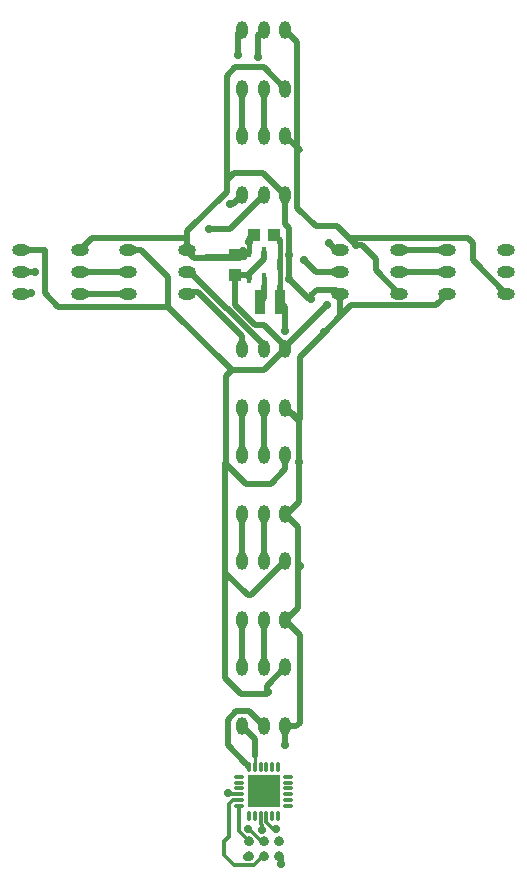
<source format=gtl>
G04 DipTrace 2.4.0.2*
%INcross.gtl*%
%MOMM*%
%ADD13C,0.4*%
%ADD14C,0.508*%
%ADD15C,0.305*%
%ADD16C,0.28*%
%ADD21O,0.28X1.0*%
%ADD22O,1.0X0.28*%
%ADD23C,0.711*%
%ADD24R,2.7X2.7*%
%ADD26R,0.4X0.9*%
%ADD29O,1.0X1.5*%
%ADD30R,1.1X1.0*%
%ADD31R,1.0X1.1*%
%ADD32R,0.85X2.0*%
%ADD34O,1.5X1.0*%
%ADD37C,0.711*%
%FSLAX53Y53*%
G04*
G71*
G90*
G75*
G01*
%LNTop*%
%LPD*%
X33359Y62688D2*
D13*
Y61984D1*
D14*
Y61192D1*
D13*
Y60488D1*
Y59784D1*
D14*
Y58485D1*
X33414Y58430D1*
X33359Y62688D2*
D13*
Y63392D1*
D14*
Y63653D1*
X32889Y64123D1*
X33800Y55968D2*
Y58043D1*
X33414Y58430D1*
X29577Y60750D2*
X30497D1*
D13*
X30759Y60488D1*
Y60805D1*
D14*
X32012Y62058D1*
Y62641D1*
D13*
X32059Y62688D1*
X31750Y14950D2*
D15*
Y14276D1*
X31857Y14169D1*
Y13744D1*
X30560Y11426D2*
D14*
X30659D1*
X30770Y11537D1*
X29577Y60750D2*
Y58214D1*
X31262Y56530D1*
X32016D1*
X33850Y54696D1*
Y54500D1*
X11500Y62850D2*
X13478D1*
Y59179D1*
X14628Y58030D1*
X23923D1*
X29298Y52654D1*
X32004D1*
X33850Y54500D1*
Y45500D2*
Y44275D1*
X32590Y43015D1*
X30550D1*
X28850Y44715D1*
Y52206D1*
X29298Y52654D1*
X28850Y44715D2*
X28765Y44800D1*
Y35506D1*
X30663Y33607D1*
X30957D1*
X33850Y36500D1*
X28765Y35506D2*
Y26605D1*
X30085Y25285D1*
X32313D1*
Y25963D1*
X33850Y27500D1*
X20500Y62850D2*
X21608D1*
X23923Y60535D1*
Y58030D1*
X37398Y58180D2*
X33850Y54633D1*
Y54500D1*
X32402Y25433D2*
X32313Y25522D1*
Y25285D1*
X39844Y63226D2*
X39831D1*
X39242Y63816D1*
X38203Y64854D1*
X36407D1*
X34867Y66394D1*
Y71483D1*
X35074Y71276D1*
X33850Y72500D1*
X35074Y71276D2*
X34867D1*
Y80483D1*
X33850Y81500D1*
X39844Y63226D2*
X40363D1*
X41520Y62070D1*
Y61130D1*
X43500Y59150D1*
X39242Y63816D2*
X49281D1*
X49695Y63401D1*
Y61955D1*
X52500Y59150D1*
X30759Y62688D2*
D13*
Y63392D1*
D14*
Y63693D1*
X31189Y64123D1*
X30759Y62688D2*
D13*
X30305D1*
D14*
X29815D1*
X29577Y62450D1*
X32250Y14950D2*
D15*
Y14403D1*
X32813Y13840D1*
X33062D1*
X33497Y10888D2*
D14*
Y11350D1*
X33310Y11537D1*
X25500Y62850D2*
Y62785D1*
X26082Y62203D1*
X29825D1*
X29577Y62450D1*
X25500Y62850D2*
Y63846D1*
X17496D1*
X16500Y62850D1*
X33850Y40500D2*
X33986D1*
X34970Y41484D1*
Y44877D1*
Y48380D1*
X33850Y49500D1*
Y31500D2*
X33912D1*
X34921Y32509D1*
Y36049D1*
Y39429D1*
X33850Y40500D1*
Y22500D2*
X34751D1*
X35080Y22829D1*
Y30270D1*
X33850Y31500D1*
X32900Y17900D2*
X32000Y17000D1*
X33850Y22500D2*
Y20931D1*
X33846Y20927D1*
X30305Y62688D2*
D13*
Y62231D1*
X27149D1*
D14*
X29357D1*
X29577Y62450D1*
X30806Y63483D2*
D13*
X30759Y63392D1*
X30806Y63483D2*
D14*
Y63741D1*
X31189Y64123D1*
X30270Y62717D2*
D13*
X30305Y62688D1*
X25500Y63846D2*
D14*
Y64410D1*
X28864Y67773D1*
Y68728D1*
X29501Y69365D1*
X31985D1*
X33850Y67500D1*
X28864Y68728D2*
Y77592D1*
X29591Y78319D1*
X32031D1*
X33850Y76500D1*
X47500Y59150D2*
Y59068D1*
X46590Y58158D1*
X39437D1*
X38500Y57221D1*
X37110Y55831D1*
X35048Y53769D1*
Y48530D1*
X33850Y49500D1*
X38500Y59150D2*
Y57221D1*
X35047Y36049D2*
X34921D1*
X35040Y44877D2*
X34970D1*
X37079Y55862D2*
X37110Y55831D1*
X36005Y58729D2*
X35842D1*
X34181Y60390D1*
Y62442D1*
X33850Y67500D2*
Y65052D1*
X34181Y64722D1*
Y62442D1*
X36005Y58729D2*
Y58989D1*
X36493Y59478D1*
X38172D1*
X38500Y59150D1*
X32059Y60488D2*
D13*
Y59784D1*
D14*
Y58775D1*
X31714Y58430D1*
X29950Y15750D2*
D15*
Y13627D1*
X30770Y12807D1*
X29950Y16750D2*
X29117D1*
X29003Y16864D1*
X30686Y13839D2*
X30756D1*
X32040Y12555D1*
Y12807D1*
X29950Y16250D2*
X29377D1*
X29035Y15908D1*
Y13115D1*
X28686Y12766D1*
Y11595D1*
X29516Y10765D1*
X31218D1*
X32040Y11587D1*
Y11537D1*
X30750Y19050D2*
D16*
X30547D1*
Y19351D1*
D14*
X28986Y20912D1*
Y23070D1*
X29686Y23770D1*
X30730D1*
X32000Y22500D1*
X31250Y19050D2*
D16*
Y20009D1*
D14*
Y21400D1*
X30150Y22500D1*
Y27500D2*
Y31500D1*
X32000Y27500D2*
Y31500D1*
X30150Y36500D2*
Y40500D1*
X32000Y36500D2*
Y40500D1*
X30150Y45500D2*
Y49500D1*
X32000Y45500D2*
Y49500D1*
X25500Y61000D2*
X25735D1*
X28885Y57850D1*
Y57929D1*
X32000Y54814D1*
Y54500D1*
X30150D2*
Y55572D1*
X26462Y59260D1*
X25390D1*
X25500Y59150D1*
X20500D2*
X16500D1*
X20500Y61000D2*
X16500D1*
X12655Y61017D2*
X11517D1*
X11500Y61000D1*
X27341Y64630D2*
X29130D1*
X32000Y67500D1*
X11500Y59150D2*
X12250D1*
X12284Y59184D1*
X29137Y66726D2*
X29376D1*
X30150Y67500D1*
Y72500D2*
Y76500D1*
X32000Y72500D2*
Y76500D1*
X43500Y62850D2*
X47500D1*
X43500Y61000D2*
X47500D1*
X29822Y79339D2*
Y81172D1*
X30150Y81500D1*
X38500Y62850D2*
X38125D1*
X37538Y63437D1*
X31524Y79208D2*
Y81024D1*
X32000Y81500D1*
X38500Y61000D2*
X36418D1*
X35456Y61962D1*
D37*
X35047Y36049D3*
X35040Y44877D3*
X29137Y66726D3*
X27341Y64630D3*
X29003Y16864D3*
X30686Y13839D3*
X33062Y13840D3*
X31857Y13744D3*
X30560Y11426D3*
X33497Y10888D3*
X12284Y59184D3*
X12655Y61017D3*
X31524Y79208D3*
X29822Y79339D3*
X35456Y61962D3*
X37538Y63437D3*
X37398Y58180D3*
X39844Y63226D3*
X33800Y55968D3*
X37079Y55862D3*
X33846Y20927D3*
X32402Y25433D3*
X30806Y63483D3*
X36005Y58729D3*
X30270Y62717D3*
X34181Y60390D3*
Y62442D3*
D21*
X30750Y14950D3*
X31250D3*
X31750D3*
X32250D3*
X32750D3*
X33250D3*
D22*
X34050Y15750D3*
Y16250D3*
Y16750D3*
Y17250D3*
Y17750D3*
Y18250D3*
D21*
X33250Y19050D3*
X32750D3*
X32250D3*
X31750D3*
X31250D3*
X30750D3*
D22*
X29950Y18250D3*
Y17750D3*
Y17250D3*
Y16750D3*
Y16250D3*
Y15750D3*
D23*
X31100Y16100D3*
Y17000D3*
Y17900D3*
X32000Y16100D3*
Y17000D3*
Y17900D3*
X32900Y16100D3*
Y17000D3*
Y17900D3*
D24*
X32000Y17000D3*
D26*
X33359Y62688D3*
X32059D3*
X30759D3*
Y60488D3*
X32059D3*
X33359D3*
G36*
X31164Y12807D2*
X31158Y12875D1*
X31140Y12942D1*
X31111Y13004D1*
X31072Y13060D1*
X31023Y13109D1*
X30967Y13148D1*
X30905Y13177D1*
X30838Y13195D1*
X30770Y13201D1*
D1*
X30702Y13195D1*
X30635Y13177D1*
X30573Y13148D1*
X30517Y13109D1*
X30468Y13060D1*
X30429Y13004D1*
X30400Y12942D1*
X30382Y12875D1*
X30376Y12807D1*
D1*
X30382Y12739D1*
X30400Y12672D1*
X30429Y12610D1*
X30468Y12554D1*
X30517Y12505D1*
X30573Y12466D1*
X30635Y12437D1*
X30702Y12419D1*
X30770Y12413D1*
D1*
X30838Y12419D1*
X30905Y12437D1*
X30967Y12466D1*
X31023Y12505D1*
X31072Y12554D1*
X31111Y12610D1*
X31140Y12672D1*
X31158Y12739D1*
X31164Y12807D1*
G37*
G36*
X32434D2*
X32428Y12875D1*
X32410Y12942D1*
X32381Y13004D1*
X32342Y13060D1*
X32293Y13109D1*
X32237Y13148D1*
X32175Y13177D1*
X32108Y13195D1*
X32040Y13201D1*
D1*
X31972Y13195D1*
X31905Y13177D1*
X31843Y13148D1*
X31787Y13109D1*
X31738Y13060D1*
X31699Y13004D1*
X31670Y12942D1*
X31652Y12875D1*
X31646Y12807D1*
D1*
X31652Y12739D1*
X31670Y12672D1*
X31699Y12610D1*
X31738Y12554D1*
X31787Y12505D1*
X31843Y12466D1*
X31905Y12437D1*
X31972Y12419D1*
X32040Y12413D1*
D1*
X32108Y12419D1*
X32175Y12437D1*
X32237Y12466D1*
X32293Y12505D1*
X32342Y12554D1*
X32381Y12610D1*
X32410Y12672D1*
X32428Y12739D1*
X32434Y12807D1*
G37*
G36*
X33704D2*
X33698Y12875D1*
X33680Y12942D1*
X33651Y13004D1*
X33612Y13060D1*
X33563Y13109D1*
X33507Y13148D1*
X33445Y13177D1*
X33378Y13195D1*
X33310Y13201D1*
D1*
X33242Y13195D1*
X33175Y13177D1*
X33113Y13148D1*
X33057Y13109D1*
X33008Y13060D1*
X32969Y13004D1*
X32940Y12942D1*
X32922Y12875D1*
X32916Y12807D1*
D1*
X32922Y12739D1*
X32940Y12672D1*
X32969Y12610D1*
X33008Y12554D1*
X33057Y12505D1*
X33113Y12466D1*
X33175Y12437D1*
X33242Y12419D1*
X33310Y12413D1*
D1*
X33378Y12419D1*
X33445Y12437D1*
X33507Y12466D1*
X33563Y12505D1*
X33612Y12554D1*
X33651Y12610D1*
X33680Y12672D1*
X33698Y12739D1*
X33704Y12807D1*
G37*
G36*
Y11537D2*
X33698Y11605D1*
X33680Y11672D1*
X33651Y11734D1*
X33612Y11790D1*
X33563Y11839D1*
X33507Y11878D1*
X33445Y11907D1*
X33378Y11925D1*
X33310Y11931D1*
D1*
X33242Y11925D1*
X33175Y11907D1*
X33113Y11878D1*
X33057Y11839D1*
X33008Y11790D1*
X32969Y11734D1*
X32940Y11672D1*
X32922Y11605D1*
X32916Y11537D1*
D1*
X32922Y11469D1*
X32940Y11402D1*
X32969Y11340D1*
X33008Y11284D1*
X33057Y11235D1*
X33113Y11196D1*
X33175Y11167D1*
X33242Y11149D1*
X33310Y11143D1*
D1*
X33378Y11149D1*
X33445Y11167D1*
X33507Y11196D1*
X33563Y11235D1*
X33612Y11284D1*
X33651Y11340D1*
X33680Y11402D1*
X33698Y11469D1*
X33704Y11537D1*
G37*
G36*
X32434D2*
X32428Y11605D1*
X32410Y11672D1*
X32381Y11734D1*
X32342Y11790D1*
X32293Y11839D1*
X32237Y11878D1*
X32175Y11907D1*
X32108Y11925D1*
X32040Y11931D1*
D1*
X31972Y11925D1*
X31905Y11907D1*
X31843Y11878D1*
X31787Y11839D1*
X31738Y11790D1*
X31699Y11734D1*
X31670Y11672D1*
X31652Y11605D1*
X31646Y11537D1*
D1*
X31652Y11469D1*
X31670Y11402D1*
X31699Y11340D1*
X31738Y11284D1*
X31787Y11235D1*
X31843Y11196D1*
X31905Y11167D1*
X31972Y11149D1*
X32040Y11143D1*
D1*
X32108Y11149D1*
X32175Y11167D1*
X32237Y11196D1*
X32293Y11235D1*
X32342Y11284D1*
X32381Y11340D1*
X32410Y11402D1*
X32428Y11469D1*
X32434Y11537D1*
G37*
G36*
X31164D2*
X31158Y11605D1*
X31140Y11672D1*
X31111Y11734D1*
X31072Y11790D1*
X31023Y11839D1*
X30967Y11878D1*
X30905Y11907D1*
X30838Y11925D1*
X30770Y11931D1*
D1*
X30702Y11925D1*
X30635Y11907D1*
X30573Y11878D1*
X30517Y11839D1*
X30468Y11790D1*
X30429Y11734D1*
X30400Y11672D1*
X30382Y11605D1*
X30376Y11537D1*
D1*
X30382Y11469D1*
X30400Y11402D1*
X30429Y11340D1*
X30468Y11284D1*
X30517Y11235D1*
X30573Y11196D1*
X30635Y11167D1*
X30702Y11149D1*
X30770Y11143D1*
D1*
X30838Y11149D1*
X30905Y11167D1*
X30967Y11196D1*
X31023Y11235D1*
X31072Y11284D1*
X31111Y11340D1*
X31140Y11402D1*
X31158Y11469D1*
X31164Y11537D1*
G37*
D29*
X30150Y22500D3*
X32000D3*
X33850D3*
Y27500D3*
X32000D3*
X30150D3*
D30*
X32889Y64123D3*
X31189D3*
D31*
X29577Y60750D3*
Y62450D3*
D32*
X33414Y58430D3*
X31714D3*
D29*
X30150Y31500D3*
X32000D3*
X33850D3*
Y36500D3*
X32000D3*
X30150D3*
Y40500D3*
X32000D3*
X33850D3*
Y45500D3*
X32000D3*
X30150D3*
Y49500D3*
X32000D3*
X33850D3*
Y54500D3*
X32000D3*
X30150D3*
D34*
X25500Y59150D3*
Y61000D3*
Y62850D3*
X20500D3*
Y61000D3*
Y59150D3*
X16500D3*
Y61000D3*
Y62850D3*
X11500D3*
Y61000D3*
Y59150D3*
D29*
X30150Y67500D3*
X32000D3*
X33850D3*
Y72500D3*
X32000D3*
X30150D3*
Y76500D3*
X32000D3*
X33850D3*
Y81500D3*
X32000D3*
X30150D3*
D34*
X38500Y62850D3*
Y61000D3*
Y59150D3*
X43500D3*
Y61000D3*
Y62850D3*
X47500D3*
Y61000D3*
Y59150D3*
X52500D3*
Y61000D3*
Y62850D3*
M02*

</source>
